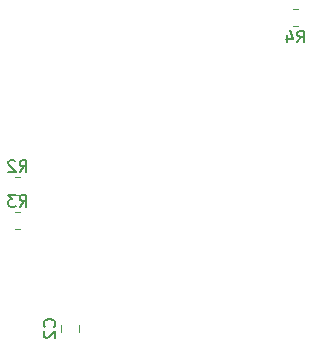
<source format=gbr>
%TF.GenerationSoftware,KiCad,Pcbnew,8.0.3*%
%TF.CreationDate,2025-03-04T10:01:38-06:00*%
%TF.ProjectId,wearable_v2_nrf,77656172-6162-46c6-955f-76325f6e7266,rev?*%
%TF.SameCoordinates,Original*%
%TF.FileFunction,Legend,Bot*%
%TF.FilePolarity,Positive*%
%FSLAX46Y46*%
G04 Gerber Fmt 4.6, Leading zero omitted, Abs format (unit mm)*
G04 Created by KiCad (PCBNEW 8.0.3) date 2025-03-04 10:01:38*
%MOMM*%
%LPD*%
G01*
G04 APERTURE LIST*
%ADD10C,0.150000*%
%ADD11C,0.120000*%
G04 APERTURE END LIST*
D10*
X85566666Y-65954819D02*
X85899999Y-65478628D01*
X86138094Y-65954819D02*
X86138094Y-64954819D01*
X86138094Y-64954819D02*
X85757142Y-64954819D01*
X85757142Y-64954819D02*
X85661904Y-65002438D01*
X85661904Y-65002438D02*
X85614285Y-65050057D01*
X85614285Y-65050057D02*
X85566666Y-65145295D01*
X85566666Y-65145295D02*
X85566666Y-65288152D01*
X85566666Y-65288152D02*
X85614285Y-65383390D01*
X85614285Y-65383390D02*
X85661904Y-65431009D01*
X85661904Y-65431009D02*
X85757142Y-65478628D01*
X85757142Y-65478628D02*
X86138094Y-65478628D01*
X85185713Y-65050057D02*
X85138094Y-65002438D01*
X85138094Y-65002438D02*
X85042856Y-64954819D01*
X85042856Y-64954819D02*
X84804761Y-64954819D01*
X84804761Y-64954819D02*
X84709523Y-65002438D01*
X84709523Y-65002438D02*
X84661904Y-65050057D01*
X84661904Y-65050057D02*
X84614285Y-65145295D01*
X84614285Y-65145295D02*
X84614285Y-65240533D01*
X84614285Y-65240533D02*
X84661904Y-65383390D01*
X84661904Y-65383390D02*
X85233332Y-65954819D01*
X85233332Y-65954819D02*
X84614285Y-65954819D01*
X88504580Y-79058333D02*
X88552200Y-79010714D01*
X88552200Y-79010714D02*
X88599819Y-78867857D01*
X88599819Y-78867857D02*
X88599819Y-78772619D01*
X88599819Y-78772619D02*
X88552200Y-78629762D01*
X88552200Y-78629762D02*
X88456961Y-78534524D01*
X88456961Y-78534524D02*
X88361723Y-78486905D01*
X88361723Y-78486905D02*
X88171247Y-78439286D01*
X88171247Y-78439286D02*
X88028390Y-78439286D01*
X88028390Y-78439286D02*
X87837914Y-78486905D01*
X87837914Y-78486905D02*
X87742676Y-78534524D01*
X87742676Y-78534524D02*
X87647438Y-78629762D01*
X87647438Y-78629762D02*
X87599819Y-78772619D01*
X87599819Y-78772619D02*
X87599819Y-78867857D01*
X87599819Y-78867857D02*
X87647438Y-79010714D01*
X87647438Y-79010714D02*
X87695057Y-79058333D01*
X87695057Y-79439286D02*
X87647438Y-79486905D01*
X87647438Y-79486905D02*
X87599819Y-79582143D01*
X87599819Y-79582143D02*
X87599819Y-79820238D01*
X87599819Y-79820238D02*
X87647438Y-79915476D01*
X87647438Y-79915476D02*
X87695057Y-79963095D01*
X87695057Y-79963095D02*
X87790295Y-80010714D01*
X87790295Y-80010714D02*
X87885533Y-80010714D01*
X87885533Y-80010714D02*
X88028390Y-79963095D01*
X88028390Y-79963095D02*
X88599819Y-79391667D01*
X88599819Y-79391667D02*
X88599819Y-80010714D01*
X109091666Y-55004819D02*
X109424999Y-54528628D01*
X109663094Y-55004819D02*
X109663094Y-54004819D01*
X109663094Y-54004819D02*
X109282142Y-54004819D01*
X109282142Y-54004819D02*
X109186904Y-54052438D01*
X109186904Y-54052438D02*
X109139285Y-54100057D01*
X109139285Y-54100057D02*
X109091666Y-54195295D01*
X109091666Y-54195295D02*
X109091666Y-54338152D01*
X109091666Y-54338152D02*
X109139285Y-54433390D01*
X109139285Y-54433390D02*
X109186904Y-54481009D01*
X109186904Y-54481009D02*
X109282142Y-54528628D01*
X109282142Y-54528628D02*
X109663094Y-54528628D01*
X108234523Y-54338152D02*
X108234523Y-55004819D01*
X108472618Y-53957200D02*
X108710713Y-54671485D01*
X108710713Y-54671485D02*
X108091666Y-54671485D01*
X85566666Y-68904819D02*
X85899999Y-68428628D01*
X86138094Y-68904819D02*
X86138094Y-67904819D01*
X86138094Y-67904819D02*
X85757142Y-67904819D01*
X85757142Y-67904819D02*
X85661904Y-67952438D01*
X85661904Y-67952438D02*
X85614285Y-68000057D01*
X85614285Y-68000057D02*
X85566666Y-68095295D01*
X85566666Y-68095295D02*
X85566666Y-68238152D01*
X85566666Y-68238152D02*
X85614285Y-68333390D01*
X85614285Y-68333390D02*
X85661904Y-68381009D01*
X85661904Y-68381009D02*
X85757142Y-68428628D01*
X85757142Y-68428628D02*
X86138094Y-68428628D01*
X85233332Y-67904819D02*
X84614285Y-67904819D01*
X84614285Y-67904819D02*
X84947618Y-68285771D01*
X84947618Y-68285771D02*
X84804761Y-68285771D01*
X84804761Y-68285771D02*
X84709523Y-68333390D01*
X84709523Y-68333390D02*
X84661904Y-68381009D01*
X84661904Y-68381009D02*
X84614285Y-68476247D01*
X84614285Y-68476247D02*
X84614285Y-68714342D01*
X84614285Y-68714342D02*
X84661904Y-68809580D01*
X84661904Y-68809580D02*
X84709523Y-68857200D01*
X84709523Y-68857200D02*
X84804761Y-68904819D01*
X84804761Y-68904819D02*
X85090475Y-68904819D01*
X85090475Y-68904819D02*
X85185713Y-68857200D01*
X85185713Y-68857200D02*
X85233332Y-68809580D01*
D11*
%TO.C,R2*%
X85172936Y-66415000D02*
X85627064Y-66415000D01*
X85172936Y-67885000D02*
X85627064Y-67885000D01*
%TO.C,C2*%
X89090000Y-79486252D02*
X89090000Y-78963748D01*
X90560000Y-79486252D02*
X90560000Y-78963748D01*
%TO.C,R4*%
X109152064Y-52165000D02*
X108697936Y-52165000D01*
X109152064Y-53635000D02*
X108697936Y-53635000D01*
%TO.C,R3*%
X85172936Y-69365000D02*
X85627064Y-69365000D01*
X85172936Y-70835000D02*
X85627064Y-70835000D01*
%TD*%
M02*

</source>
